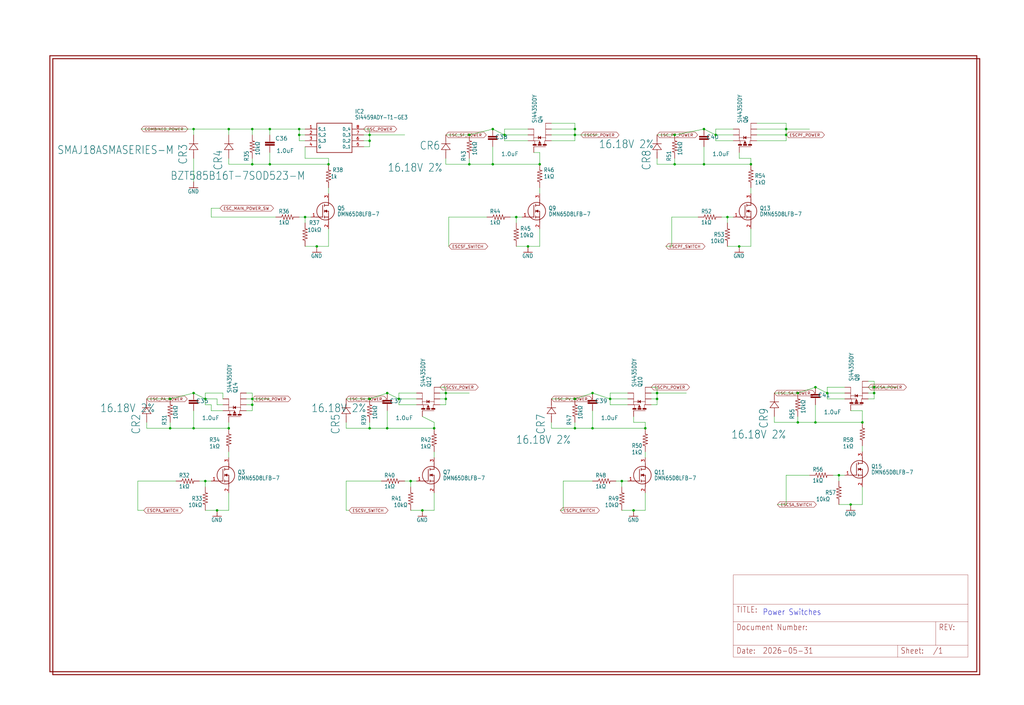
<source format=kicad_sch>
(kicad_sch (version 20231120) (generator "eeschema") (generator_version "8.0")
  (paper "User" 443.357 305.206)
  (lib_symbols
    (symbol "PMS-eagle-import:1.0UF-0603-16V-10%-X7R"
      (property "Reference" "C" (at 1.524 2.921 0))
      (symbol "1.0UF-0603-16V-10%-X7R_1_0"
        (pin passive line (at 0 5.08 270) (length 2.54) (name "1") (number "1"))
        (pin passive line (at 0 -2.54 90) (length 2.54) (name "2") (number "2"))
      )
    )
    (symbol "PMS-eagle-import:BZT585B16T-7SOD523-M"
      (symbol "BZT585B16T-7SOD523-M_1_0"
        (pin passive line (at 10.16 0 180) (length 2.54) (name "1") (number "1"))
        (pin passive line (at 0 0 0) (length 2.54) (name "2") (number "2"))
      )
    )
    (symbol "PMS-eagle-import:DMN65D8LFB-7"
      (property "Reference" "Q" (at 11.43 3.81 0))
      (symbol "DMN65D8LFB-7_1_0"
        (pin bidirectional line (at 0 0 0) (length 2.54) (name "G") (number "1"))
        (pin bidirectional line (at 7.62 -5.08 90) (length 2.54) (name "S") (number "2"))
        (pin bidirectional line (at 7.62 10.16 270) (length 2.54) (name "D") (number "3"))
      )
    )
    (symbol "PMS-eagle-import:R-US_R0603"
      (property "Reference" "R" (at -3.81 1.4986 0))
      (symbol "R-US_R0603_1_0"
        (pin passive line (at -5.08 0 0) (length 2.54) (name "1") (number "1"))
        (pin passive line (at 5.08 0 180) (length 2.54) (name "2") (number "2"))
      )
    )
    (symbol "PMS-eagle-import:SI4435DDY"
      (property "Reference" "Q" (at 7.6202 -1.27 0))
      (symbol "SI4435DDY_1_0"
        (pin passive line (at 0 5.08 270) (length 2.54) (name "S@1") (number "1"))
        (pin passive line (at 2.54 5.08 270) (length 2.54) (name "S@2") (number "2"))
        (pin passive line (at 5.08 5.08 270) (length 2.54) (name "S@3") (number "3"))
        (pin passive line (at -5.08 2.54 0) (length 2.54) (name "G") (number "4"))
        (pin passive line (at 0 -5.08 90) (length 2.54) (name "D@1") (number "5"))
        (pin passive line (at 2.54 -5.08 90) (length 2.54) (name "D@2") (number "6"))
        (pin passive line (at 5.08 -5.08 90) (length 2.54) (name "D@3") (number "7"))
        (pin passive line (at 7.62 -5.08 90) (length 2.54) (name "D@4") (number "8"))
      )
    )
    (symbol "PMS-eagle-import:SI4459ADY-T1-GE3"
      (property "Reference" "IC" (at 21.59 7.62 0))
      (symbol "SI4459ADY-T1-GE3_1_0"
        (pin bidirectional line (at 0 0 0) (length 5.08) (name "S_1") (number "1"))
        (pin bidirectional line (at 0 -2.54 0) (length 5.08) (name "S_2") (number "2"))
        (pin bidirectional line (at 0 -5.08 0) (length 5.08) (name "S_3") (number "3"))
        (pin bidirectional line (at 0 -7.62 0) (length 5.08) (name "G") (number "4"))
        (pin bidirectional line (at 25.4 -7.62 180) (length 5.08) (name "D_1") (number "5"))
        (pin bidirectional line (at 25.4 -5.08 180) (length 5.08) (name "D_2") (number "6"))
        (pin bidirectional line (at 25.4 -2.54 180) (length 5.08) (name "D_3") (number "7"))
        (pin bidirectional line (at 25.4 0 180) (length 5.08) (name "D_4") (number "8"))
      )
    )
    (symbol "PMS-eagle-import:SMAJ18ASMASERIES-M"
      (symbol "SMAJ18ASMASERIES-M_1_0"
        (pin passive line (at 10.16 0 180) (length 2.54) (name "1") (number "1"))
        (pin passive line (at 0 0 0) (length 2.54) (name "2") (number "2"))
      )
    )
    (symbol "PMS-eagle-import:TABL_L"
      (symbol "TABL_L_2_0"
        (text "${#}/${##}" (at 86.36 1.27 0) (effects (font (size 2.54 2.159)) (justify left bottom)))
        (text "${CURRENT_DATE}" (at 12.7 1.27 0) (effects (font (size 2.54 2.159)) (justify left bottom)))
        (text "${PROJECTNAME}" (at 17.78 19.05 0) (effects (font (size 2.54 2.159)) (justify left bottom)))
        (text "Date:" (at 1.27 1.27 0) (effects (font (size 2.54 2.159)) (justify left bottom)))
        (text "Document Number:" (at 1.27 11.43 0) (effects (font (size 2.54 2.159)) (justify left bottom)))
        (text "REV:" (at 88.9 11.43 0) (effects (font (size 2.54 2.159)) (justify left bottom)))
        (text "Sheet:" (at 72.39 1.27 0) (effects (font (size 2.54 2.159)) (justify left bottom)))
        (text "TITLE:" (at 1.27 19.05 0) (effects (font (size 2.54 2.159)) (justify left bottom)))
      )
    )
    (symbol "PMS-eagle-import:supply1_GND" (power)
      (symbol "supply1_GND_1_0"
        (pin power_in line (at 0 2.54 270) (length 2.54) (name "GND") (number "1"))
      )
    )
  )
  (junction (at 167.64 170.18))
  (junction (at 93.98 220.98))
  (junction (at 304.8 55.88))
  (junction (at 203.2 58.42))
  (junction (at 274.32 220.98))
  (junction (at 223.52 93.98))
  (junction (at 218.44 58.42))
  (junction (at 129.54 58.42))
  (junction (at 88.9 208.28))
  (junction (at 193.04 170.18))
  (junction (at 248.92 58.42))
  (junction (at 269.24 208.28))
  (junction (at 345.44 182.88))
  (junction (at 340.36 58.42))
  (junction (at 373.38 182.88))
  (junction (at 177.8 208.28))
  (junction (at 160.02 172.72))
  (junction (at 137.16 106.68))
  (junction (at 116.84 55.88))
  (junction (at 99.06 185.42))
  (junction (at 99.06 55.88))
  (junction (at 363.22 205.74))
  (junction (at 378.46 170.18))
  (junction (at 284.48 172.72))
  (junction (at 182.88 220.98))
  (junction (at 248.92 185.42))
  (junction (at 320.04 106.68))
  (junction (at 233.68 71.12))
  (junction (at 248.92 172.72))
  (junction (at 116.84 71.12))
  (junction (at 73.66 185.42))
  (junction (at 132.08 93.98))
  (junction (at 142.24 71.12))
  (junction (at 160.02 60.96))
  (junction (at 279.4 185.42))
  (junction (at 325.12 71.12))
  (junction (at 358.14 170.18))
  (junction (at 160.02 58.42))
  (junction (at 109.22 71.12))
  (junction (at 264.16 172.72))
  (junction (at 292.1 58.42))
  (junction (at 304.8 71.12))
  (junction (at 353.06 167.64))
  (junction (at 284.48 170.18))
  (junction (at 109.22 55.88))
  (junction (at 292.1 71.12))
  (junction (at 172.72 172.72))
  (junction (at 187.96 185.42))
  (junction (at 83.82 55.88))
  (junction (at 109.22 175.26))
  (junction (at 88.9 172.72))
  (junction (at 73.66 172.72))
  (junction (at 213.36 71.12))
  (junction (at 213.36 55.88))
  (junction (at 256.54 185.42))
  (junction (at 129.54 55.88))
  (junction (at 109.22 172.72))
  (junction (at 309.88 58.42))
  (junction (at 167.64 185.42))
  (junction (at 160.02 185.42))
  (junction (at 314.96 93.98))
  (junction (at 378.46 167.64))
  (junction (at 340.36 55.88))
  (junction (at 248.92 55.88))
  (junction (at 345.44 170.18))
  (junction (at 353.06 182.88))
  (junction (at 193.04 172.72))
  (junction (at 228.6 106.68))
  (junction (at 83.82 170.18))
  (junction (at 368.3 218.44))
  (junction (at 256.54 170.18))
  (junction (at 203.2 71.12))
  (junction (at 83.82 185.42))
  (wire (pts (xy 218.44 58.42) (xy 218.44 55.88)) (stroke (width 0.1524)))
  (wire (pts (xy 149.86 208.28) (xy 165.1 208.28)) (stroke (width 0.1524)))
  (wire (pts (xy 109.22 175.26) (xy 106.68 175.26)) (stroke (width 0.1524)))
  (wire (pts (xy 264.16 175.26) (xy 264.16 172.72)) (stroke (width 0.1524)))
  (wire (pts (xy 132.08 68.58) (xy 132.08 63.5)) (stroke (width 0.1524)))
  (wire (pts (xy 167.64 177.8) (xy 167.64 185.42)) (stroke (width 0.1524)))
  (wire (pts (xy 177.8 208.28) (xy 180.34 208.28)) (stroke (width 0.1524)))
  (wire (pts (xy 340.36 218.44) (xy 340.36 205.74)) (stroke (width 0.1524)))
  (wire (pts (xy 132.08 93.98) (xy 134.62 93.98)) (stroke (width 0.1524)))
  (wire (pts (xy 194.31 106.68) (xy 194.31 93.98)) (stroke (width 0.1524)))
  (wire (pts (xy 172.72 170.18) (xy 172.72 172.72)) (stroke (width 0.1524)))
  (wire (pts (xy 116.84 58.42) (xy 116.84 55.88)))
  (wire (pts (xy 378.46 165.1) (xy 375.92 165.1)) (stroke (width 0.1524)))
  (wire (pts (xy 59.69 220.98) (xy 59.69 208.28)) (stroke (width 0.1524)))
  (wire (pts (xy 190.5 170.18) (xy 193.04 170.18)) (stroke (width 0.1524)))
  (wire (pts (xy 378.46 167.64) (xy 378.46 170.18)) (stroke (width 0.1524)))
  (wire (pts (xy 378.46 170.18) (xy 375.92 170.18)) (stroke (width 0.1524)))
  (wire (pts (xy 132.08 93.98) (xy 132.08 96.52)) (stroke (width 0.1524)))
  (wire (pts (xy 358.14 170.18) (xy 358.14 167.64)) (stroke (width 0.1524)))
  (wire (pts (xy 193.04 170.18) (xy 193.04 167.64)) (stroke (width 0.1524)))
  (wire (pts (xy 223.52 93.98) (xy 223.52 96.52)) (stroke (width 0.1524)))
  (wire (pts (xy 373.38 182.88) (xy 373.38 177.8)) (stroke (width 0.1524)))
  (wire (pts (xy 218.44 58.42) (xy 218.44 60.96)) (stroke (width 0.1524)))
  (wire (pts (xy 363.22 218.44) (xy 368.3 218.44)) (stroke (width 0.1524)))
  (wire (pts (xy 88.9 210.82) (xy 88.9 208.28)) (stroke (width 0.1524)))
  (wire (pts (xy 368.3 218.44) (xy 373.38 218.44)) (stroke (width 0.1524)))
  (wire (pts (xy 91.44 175.26) (xy 88.9 175.26)) (stroke (width 0.1524)))
  (wire (pts (xy 193.04 170.18) (xy 193.04 172.72)) (stroke (width 0.1524)))
  (wire (pts (xy 109.22 55.88) (xy 99.06 55.88)) (stroke (width 0.1524)))
  (wire (pts (xy 142.24 68.58) (xy 142.24 71.12)) (stroke (width 0.1524)))
  (wire (pts (xy 83.82 68.58) (xy 83.82 78.74)) (stroke (width 0.1524)))
  (wire (pts (xy 93.98 175.26) (xy 93.98 172.72)) (stroke (width 0.1524)))
  (wire (pts (xy 279.4 182.88) (xy 279.4 185.42)) (stroke (width 0.1524)))
  (wire (pts (xy 314.96 93.98) (xy 314.96 96.52)) (stroke (width 0.1524)))
  (wire (pts (xy 292.1 71.12) (xy 284.48 71.12)) (stroke (width 0.1524)))
  (wire (pts (xy 96.52 175.26) (xy 93.98 175.26)) (stroke (width 0.1524)))
  (wire (pts (xy 73.66 185.42) (xy 83.82 185.42)) (stroke (width 0.1524)))
  (wire (pts (xy 96.52 172.72) (xy 96.52 170.18)) (stroke (width 0.1524)))
  (wire (pts (xy 116.84 55.88) (xy 129.54 55.88)) (stroke (width 0.1524)))
  (wire (pts (xy 345.44 170.18) (xy 353.06 167.64)) (stroke (width 0.1524)))
  (wire (pts (xy 193.04 175.26) (xy 190.5 175.26)) (stroke (width 0.1524)))
  (wire (pts (xy 93.98 172.72) (xy 88.9 172.72)) (stroke (width 0.1524)))
  (wire (pts (xy 63.5 182.88) (xy 63.5 185.42)) (stroke (width 0.1524)))
  (wire (pts (xy 160.02 63.5) (xy 157.48 63.5)) (stroke (width 0.1524)))
  (wire (pts (xy 218.44 58.42) (xy 228.6 58.42)) (stroke (width 0.1524)))
  (wire (pts (xy 132.08 106.68) (xy 137.16 106.68)) (stroke (width 0.1524)))
  (wire (pts (xy 106.68 170.18) (xy 109.22 170.18)) (stroke (width 0.1524)))
  (wire (pts (xy 91.44 90.17) (xy 95.25 90.17)) (stroke (width 0.1524)))
  (wire (pts (xy 325.12 68.58) (xy 325.12 71.12)) (stroke (width 0.1524)))
  (wire (pts (xy 193.04 172.72) (xy 190.5 172.72)) (stroke (width 0.1524)))
  (wire (pts (xy 281.94 175.26) (xy 284.48 175.26)) (stroke (width 0.1524)))
  (wire (pts (xy 317.5 93.98) (xy 314.96 93.98)) (stroke (width 0.1524)))
  (wire (pts (xy 109.22 71.12) (xy 99.06 71.12)) (stroke (width 0.1524)))
  (wire (pts (xy 290.83 106.68) (xy 288.29 106.68)) (stroke (width 0.1524)))
  (wire (pts (xy 213.36 63.5) (xy 213.36 71.12)) (stroke (width 0.1524)))
  (wire (pts (xy 335.28 170.18) (xy 345.44 170.18)) (stroke (width 0.1524)))
  (wire (pts (xy 373.38 195.58) (xy 373.38 193.04)) (stroke (width 0.1524)))
  (wire (pts (xy 88.9 208.28) (xy 91.44 208.28)) (stroke (width 0.1524)))
  (wire (pts (xy 264.16 172.72) (xy 264.16 170.18)) (stroke (width 0.1524)))
  (wire (pts (xy 149.86 172.72) (xy 160.02 172.72)) (stroke (width 0.1524)))
  (wire (pts (xy 203.2 71.12) (xy 193.04 71.12)) (stroke (width 0.1524)))
  (wire (pts (xy 223.52 106.68) (xy 228.6 106.68)) (stroke (width 0.1524)))
  (wire (pts (xy 129.54 58.42) (xy 129.54 60.96)) (stroke (width 0.1524)))
  (wire (pts (xy 353.06 182.88) (xy 345.44 182.88)) (stroke (width 0.1524)))
  (wire (pts (xy 194.31 93.98) (xy 210.82 93.98)) (stroke (width 0.1524)))
  (wire (pts (xy 233.68 66.04) (xy 231.14 66.04)) (stroke (width 0.1524)))
  (wire (pts (xy 269.24 208.28) (xy 269.24 210.82)) (stroke (width 0.1524)))
  (wire (pts (xy 129.54 58.42) (xy 132.08 58.42)) (stroke (width 0.1524)))
  (wire (pts (xy 284.48 167.64) (xy 281.94 167.64)) (stroke (width 0.1524)))
  (wire (pts (xy 284.48 170.18) (xy 284.48 167.64)) (stroke (width 0.1524)))
  (wire (pts (xy 309.88 60.96) (xy 317.5 60.96)) (stroke (width 0.1524)))
  (wire (pts (xy 96.52 170.18) (xy 88.9 170.18)) (stroke (width 0.1524)))
  (wire (pts (xy 187.96 198.12) (xy 187.96 195.58)) (stroke (width 0.1524)))
  (wire (pts (xy 218.44 55.88) (xy 228.6 55.88)) (stroke (width 0.1524)))
  (wire (pts (xy 327.66 58.42) (xy 340.36 58.42)) (stroke (width 0.1524)))
  (wire (pts (xy 248.92 53.34) (xy 238.76 53.34)) (stroke (width 0.1524)))
  (wire (pts (xy 193.04 167.64) (xy 190.5 167.64)) (stroke (width 0.1524)))
  (wire (pts (xy 243.84 220.98) (xy 243.84 208.28)) (stroke (width 0.1524)))
  (wire (pts (xy 223.52 93.98) (xy 226.06 93.98)) (stroke (width 0.1524)))
  (wire (pts (xy 325.12 83.82) (xy 325.12 81.28)) (stroke (width 0.1524)))
  (wire (pts (xy 116.84 71.12) (xy 142.24 71.12)) (stroke (width 0.1524)))
  (wire (pts (xy 116.84 71.12) (xy 109.22 71.12)) (stroke (width 0.1524)))
  (wire (pts (xy 149.86 182.88) (xy 149.86 185.42)) (stroke (width 0.1524)))
  (wire (pts (xy 142.24 106.68) (xy 142.24 99.06)) (stroke (width 0.1524)))
  (wire (pts (xy 99.06 198.12) (xy 99.06 195.58)) (stroke (width 0.1524)))
  (wire (pts (xy 238.76 172.72) (xy 248.92 172.72)) (stroke (width 0.1524)))
  (wire (pts (xy 172.72 175.26) (xy 180.34 175.26)) (stroke (width 0.1524)))
  (wire (pts (xy 248.92 55.88) (xy 248.92 53.34)) (stroke (width 0.1524)))
  (wire (pts (xy 284.48 71.12) (xy 284.48 68.58)) (stroke (width 0.1524)))
  (wire (pts (xy 264.16 170.18) (xy 271.78 170.18)) (stroke (width 0.1524)))
  (wire (pts (xy 213.36 55.88) (xy 218.44 58.42)) (stroke (width 0.1524)))
  (wire (pts (xy 83.82 58.42) (xy 83.82 55.88)) (stroke (width 0.1524)))
  (wire (pts (xy 160.02 60.96) (xy 160.02 63.5)) (stroke (width 0.1524)))
  (wire (pts (xy 88.9 172.72) (xy 88.9 170.18)) (stroke (width 0.1524)))
  (wire (pts (xy 59.69 220.98) (xy 62.23 220.98)) (stroke (width 0.1524)))
  (wire (pts (xy 182.88 220.98) (xy 187.96 220.98)) (stroke (width 0.1524)))
  (wire (pts (xy 340.36 58.42) (xy 340.36 60.96)) (stroke (width 0.1524)))
  (wire (pts (xy 83.82 170.18) (xy 88.9 172.72)) (stroke (width 0.1524)))
  (wire (pts (xy 325.12 106.68) (xy 325.12 99.06)) (stroke (width 0.1524)))
  (wire (pts (xy 99.06 220.98) (xy 99.06 213.36)) (stroke (width 0.1524)))
  (wire (pts (xy 248.92 185.42) (xy 256.54 185.42)) (stroke (width 0.1524)))
  (wire (pts (xy 248.92 60.96) (xy 238.76 60.96)) (stroke (width 0.1524)))
  (wire (pts (xy 375.92 167.64) (xy 378.46 167.64)) (stroke (width 0.1524)))
  (wire (pts (xy 99.06 182.88) (xy 99.06 185.42)) (stroke (width 0.1524)))
  (wire (pts (xy 160.02 60.96) (xy 157.48 60.96)) (stroke (width 0.1524)))
  (wire (pts (xy 106.68 172.72) (xy 109.22 172.72)) (stroke (width 0.1524)))
  (wire (pts (xy 290.83 106.68) (xy 290.83 93.98)) (stroke (width 0.1524)))
  (wire (pts (xy 193.04 170.18) (xy 203.2 170.18)) (stroke (width 0.1524)))
  (wire (pts (xy 132.08 60.96) (xy 129.54 60.96)) (stroke (width 0.1524)))
  (wire (pts (xy 160.02 58.42) (xy 175.26 58.42)) (stroke (width 0.1524)))
  (wire (pts (xy 353.06 167.64) (xy 358.14 170.18)) (stroke (width 0.1524)))
  (wire (pts (xy 358.14 170.18) (xy 365.76 170.18)) (stroke (width 0.1524)))
  (wire (pts (xy 88.9 220.98) (xy 93.98 220.98)) (stroke (width 0.1524)))
  (wire (pts (xy 363.22 205.74) (xy 365.76 205.74)) (stroke (width 0.1524)))
  (wire (pts (xy 177.8 208.28) (xy 177.8 210.82)) (stroke (width 0.1524)))
  (wire (pts (xy 73.66 182.88) (xy 73.66 185.42)) (stroke (width 0.1524)))
  (wire (pts (xy 281.94 170.18) (xy 284.48 170.18)) (stroke (width 0.1524)))
  (wire (pts (xy 292.1 71.12) (xy 292.1 68.58)) (stroke (width 0.1524)))
  (wire (pts (xy 327.66 55.88) (xy 340.36 55.88)) (stroke (width 0.1524)))
  (wire (pts (xy 109.22 71.12) (xy 109.22 68.58)) (stroke (width 0.1524)))
  (wire (pts (xy 248.92 60.96) (xy 248.92 58.42)) (stroke (width 0.1524)))
  (wire (pts (xy 137.16 106.68) (xy 142.24 106.68)) (stroke (width 0.1524)))
  (wire (pts (xy 99.06 71.12) (xy 99.06 68.58)) (stroke (width 0.1524)))
  (wire (pts (xy 109.22 58.42) (xy 109.22 55.88)) (stroke (width 0.1524)))
  (wire (pts (xy 363.22 205.74) (xy 363.22 208.28)) (stroke (width 0.1524)))
  (wire (pts (xy 248.92 58.42) (xy 238.76 58.42)) (stroke (width 0.1524)))
  (wire (pts (xy 345.44 182.88) (xy 335.28 182.88)) (stroke (width 0.1524)))
  (wire (pts (xy 88.9 208.28) (xy 86.36 208.28)) (stroke (width 0.1524)))
  (wire (pts (xy 91.44 90.17) (xy 91.44 93.98)) (stroke (width 0.1524)))
  (wire (pts (xy 167.64 185.42) (xy 187.96 185.42)) (stroke (width 0.1524)))
  (wire (pts (xy 142.24 68.58) (xy 132.08 68.58)) (stroke (width 0.1524)))
  (wire (pts (xy 233.68 71.12) (xy 213.36 71.12)) (stroke (width 0.1524)))
  (wire (pts (xy 187.96 182.88) (xy 187.96 185.42)) (stroke (width 0.1524)))
  (wire (pts (xy 177.8 220.98) (xy 182.88 220.98)) (stroke (width 0.1524)))
  (wire (pts (xy 233.68 83.82) (xy 233.68 81.28)) (stroke (width 0.1524)))
  (wire (pts (xy 256.54 170.18) (xy 264.16 172.72)) (stroke (width 0.1524)))
  (wire (pts (xy 160.02 185.42) (xy 167.64 185.42)) (stroke (width 0.1524)))
  (wire (pts (xy 157.48 55.88) (xy 160.02 55.88)) (stroke (width 0.1524)))
  (wire (pts (xy 373.38 218.44) (xy 373.38 210.82)) (stroke (width 0.1524)))
  (wire (pts (xy 274.32 180.34) (xy 274.32 182.88)) (stroke (width 0.1524)))
  (wire (pts (xy 218.44 60.96) (xy 228.6 60.96)) (stroke (width 0.1524)))
  (wire (pts (xy 220.98 93.98) (xy 223.52 93.98)) (stroke (width 0.1524)))
  (wire (pts (xy 142.24 81.28) (xy 142.24 83.82)) (stroke (width 0.1524)))
  (wire (pts (xy 116.84 66.04) (xy 116.84 71.12)) (stroke (width 0.1524)))
  (wire (pts (xy 91.44 177.8) (xy 96.52 177.8)) (stroke (width 0.1524)))
  (wire (pts (xy 256.54 177.8) (xy 256.54 185.42)) (stroke (width 0.1524)))
  (wire (pts (xy 203.2 58.42) (xy 213.36 55.88)) (stroke (width 0.1524)))
  (wire (pts (xy 378.46 170.18) (xy 378.46 172.72)) (stroke (width 0.1524)))
  (wire (pts (xy 353.06 182.88) (xy 373.38 182.88)) (stroke (width 0.1524)))
  (wire (pts (xy 109.22 177.8) (xy 106.68 177.8)) (stroke (width 0.1524)))
  (wire (pts (xy 149.86 185.42) (xy 160.02 185.42)) (stroke (width 0.1524)))
  (wire (pts (xy 378.46 167.64) (xy 378.46 165.1)) (stroke (width 0.1524)))
  (wire (pts (xy 129.54 93.98) (xy 132.08 93.98)) (stroke (width 0.1524)))
  (wire (pts (xy 83.82 185.42) (xy 99.06 185.42)) (stroke (width 0.1524)))
  (wire (pts (xy 160.02 55.88) (xy 160.02 58.42)) (stroke (width 0.1524)))
  (wire (pts (xy 304.8 63.5) (xy 304.8 71.12)) (stroke (width 0.1524)))
  (wire (pts (xy 157.48 58.42) (xy 160.02 58.42)) (stroke (width 0.1524)))
  (wire (pts (xy 312.42 93.98) (xy 314.96 93.98)) (stroke (width 0.1524)))
  (wire (pts (xy 320.04 68.58) (xy 325.12 68.58)) (stroke (width 0.1524)))
  (wire (pts (xy 175.26 208.28) (xy 177.8 208.28)) (stroke (width 0.1524)))
  (wire (pts (xy 358.14 167.64) (xy 365.76 167.64)) (stroke (width 0.1524)))
  (wire (pts (xy 284.48 172.72) (xy 284.48 170.18)) (stroke (width 0.1524)))
  (wire (pts (xy 172.72 172.72) (xy 172.72 175.26)) (stroke (width 0.1524)))
  (wire (pts (xy 109.22 175.26) (xy 109.22 177.8)) (stroke (width 0.1524)))
  (wire (pts (xy 109.22 170.18) (xy 109.22 172.72)) (stroke (width 0.1524)))
  (wire (pts (xy 358.14 172.72) (xy 358.14 170.18)) (stroke (width 0.1524)))
  (wire (pts (xy 233.68 106.68) (xy 233.68 99.06)) (stroke (width 0.1524)))
  (wire (pts (xy 304.8 55.88) (xy 309.88 58.42)) (stroke (width 0.1524)))
  (wire (pts (xy 320.04 106.68) (xy 325.12 106.68)) (stroke (width 0.1524)))
  (wire (pts (xy 284.48 175.26) (xy 284.48 172.72)) (stroke (width 0.1524)))
  (wire (pts (xy 266.7 208.28) (xy 269.24 208.28)) (stroke (width 0.1524)))
  (wire (pts (xy 213.36 71.12) (xy 203.2 71.12)) (stroke (width 0.1524)))
  (wire (pts (xy 243.84 220.98) (xy 242.57 220.98)) (stroke (width 0.1524)))
  (wire (pts (xy 149.86 220.98) (xy 149.86 208.28)) (stroke (width 0.1524)))
  (wire (pts (xy 271.78 175.26) (xy 264.16 175.26)) (stroke (width 0.1524)))
  (wire (pts (xy 193.04 71.12) (xy 193.04 68.58)) (stroke (width 0.1524)))
  (wire (pts (xy 335.28 182.88) (xy 335.28 180.34)) (stroke (width 0.1524)))
  (wire (pts (xy 345.44 180.34) (xy 345.44 182.88)) (stroke (width 0.1524)))
  (wire (pts (xy 160.02 58.42) (xy 160.02 60.96)) (stroke (width 0.1524)))
  (wire (pts (xy 160.02 172.72) (xy 167.64 170.18)) (stroke (width 0.1524)))
  (wire (pts (xy 172.72 172.72) (xy 180.34 172.72)) (stroke (width 0.1524)))
  (wire (pts (xy 99.06 55.88) (xy 99.06 58.42)) (stroke (width 0.1524)))
  (wire (pts (xy 340.36 205.74) (xy 350.52 205.74)) (stroke (width 0.1524)))
  (wire (pts (xy 304.8 71.12) (xy 292.1 71.12)) (stroke (width 0.1524)))
  (wire (pts (xy 149.86 220.98) (xy 151.13 220.98)) (stroke (width 0.1524)))
  (wire (pts (xy 172.72 170.18) (xy 180.34 170.18)) (stroke (width 0.1524)))
  (wire (pts (xy 238.76 185.42) (xy 248.92 185.42)) (stroke (width 0.1524)))
  (wire (pts (xy 320.04 66.04) (xy 320.04 68.58)) (stroke (width 0.1524)))
  (wire (pts (xy 340.36 55.88) (xy 340.36 53.34)) (stroke (width 0.1524)))
  (wire (pts (xy 233.68 66.04) (xy 233.68 71.12)) (stroke (width 0.1524)))
  (wire (pts (xy 132.08 55.88) (xy 129.54 55.88)) (stroke (width 0.1524)))
  (wire (pts (xy 83.82 55.88) (xy 99.06 55.88)) (stroke (width 0.1524)))
  (wire (pts (xy 243.84 208.28) (xy 256.54 208.28)) (stroke (width 0.1524)))
  (wire (pts (xy 129.54 55.88) (xy 129.54 58.42)) (stroke (width 0.1524)))
  (wire (pts (xy 304.8 71.12) (xy 325.12 71.12)) (stroke (width 0.1524)))
  (wire (pts (xy 256.54 185.42) (xy 279.4 185.42)) (stroke (width 0.1524)))
  (wire (pts (xy 290.83 93.98) (xy 302.26 93.98)) (stroke (width 0.1524)))
  (wire (pts (xy 378.46 167.64) (xy 388.62 167.64)) (stroke (width 0.1524)))
  (wire (pts (xy 248.92 58.42) (xy 259.08 58.42)) (stroke (width 0.1524)))
  (wire (pts (xy 238.76 182.88) (xy 238.76 185.42)) (stroke (width 0.1524)))
  (wire (pts (xy 327.66 60.96) (xy 340.36 60.96)) (stroke (width 0.1524)))
  (wire (pts (xy 340.36 55.88) (xy 350.52 55.88)) (stroke (width 0.1524)))
  (wire (pts (xy 203.2 71.12) (xy 203.2 68.58)) (stroke (width 0.1524)))
  (wire (pts (xy 167.64 170.18) (xy 172.72 172.72)) (stroke (width 0.1524)))
  (wire (pts (xy 91.44 93.98) (xy 119.38 93.98)) (stroke (width 0.1524)))
  (wire (pts (xy 59.69 208.28) (xy 76.2 208.28)) (stroke (width 0.1524)))
  (wire (pts (xy 248.92 55.88) (xy 238.76 55.88)) (stroke (width 0.1524)))
  (wire (pts (xy 83.82 177.8) (xy 83.82 185.42)) (stroke (width 0.1524)))
  (wire (pts (xy 340.36 218.44) (xy 336.55 218.44)) (stroke (width 0.1524)))
  (wire (pts (xy 373.38 177.8) (xy 368.3 177.8)) (stroke (width 0.1524)))
  (wire (pts (xy 340.36 53.34) (xy 327.66 53.34)) (stroke (width 0.1524)))
  (wire (pts (xy 187.96 220.98) (xy 187.96 213.36)) (stroke (width 0.1524)))
  (wire (pts (xy 88.9 175.26) (xy 88.9 172.72)) (stroke (width 0.1524)))
  (wire (pts (xy 264.16 172.72) (xy 271.78 172.72)) (stroke (width 0.1524)))
  (wire (pts (xy 284.48 58.42) (xy 292.1 58.42)) (stroke (width 0.1524)))
  (wire (pts (xy 309.88 58.42) (xy 309.88 55.88)) (stroke (width 0.1524)))
  (wire (pts (xy 269.24 220.98) (xy 274.32 220.98)) (stroke (width 0.1524)))
  (wire (pts (xy 228.6 106.68) (xy 233.68 106.68)) (stroke (width 0.1524)))
  (wire (pts (xy 63.5 172.72) (xy 73.66 172.72)) (stroke (width 0.1524)))
  (wire (pts (xy 281.94 172.72) (xy 284.48 172.72)) (stroke (width 0.1524)))
  (wire (pts (xy 292.1 58.42) (xy 304.8 55.88)) (stroke (width 0.1524)))
  (wire (pts (xy 109.22 172.72) (xy 116.84 172.72)) (stroke (width 0.1524)))
  (wire (pts (xy 279.4 198.12) (xy 279.4 195.58)) (stroke (width 0.1524)))
  (wire (pts (xy 309.88 55.88) (xy 317.5 55.88)) (stroke (width 0.1524)))
  (wire (pts (xy 73.66 172.72) (xy 83.82 170.18)) (stroke (width 0.1524)))
  (wire (pts (xy 284.48 170.18) (xy 297.18 170.18)) (stroke (width 0.1524)))
  (wire (pts (xy 193.04 172.72) (xy 193.04 175.26)) (stroke (width 0.1524)))
  (wire (pts (xy 340.36 55.88) (xy 340.36 58.42)) (stroke (width 0.1524)))
  (wire (pts (xy 365.76 172.72) (xy 358.14 172.72)) (stroke (width 0.1524)))
  (wire (pts (xy 309.88 60.96) (xy 309.88 58.42)) (stroke (width 0.1524)))
  (wire (pts (xy 274.32 220.98) (xy 279.4 220.98)) (stroke (width 0.1524)))
  (wire (pts (xy 93.98 220.98) (xy 99.06 220.98)) (stroke (width 0.1524)))
  (wire (pts (xy 274.32 182.88) (xy 279.4 182.88)) (stroke (width 0.1524)))
  (wire (pts (xy 116.84 55.88) (xy 109.22 55.88)) (stroke (width 0.1524)))
  (wire (pts (xy 360.68 205.74) (xy 363.22 205.74)) (stroke (width 0.1524)))
  (wire (pts (xy 91.44 175.26) (xy 91.44 177.8)) (stroke (width 0.1524)))
  (wire (pts (xy 279.4 220.98) (xy 279.4 213.36)) (stroke (width 0.1524)))
  (wire (pts (xy 248.92 58.42) (xy 248.92 55.88)) (stroke (width 0.1524)))
  (wire (pts (xy 248.92 172.72) (xy 256.54 170.18)) (stroke (width 0.1524)))
  (wire (pts (xy 193.04 58.42) (xy 203.2 58.42)) (stroke (width 0.1524)))
  (wire (pts (xy 269.24 208.28) (xy 271.78 208.28)) (stroke (width 0.1524)))
  (wire (pts (xy 187.96 182.88) (xy 182.88 180.34)) (stroke (width 0.1524)))
  (wire (pts (xy 109.22 172.72) (xy 109.22 175.26)) (stroke (width 0.1524)))
  (wire (pts (xy 63.5 185.42) (xy 73.66 185.42)) (stroke (width 0.1524)))
  (wire (pts (xy 314.96 106.68) (xy 320.04 106.68)) (stroke (width 0.1524)))
  (wire (pts (xy 248.92 182.88) (xy 248.92 185.42)) (stroke (width 0.1524)))
  (wire (pts (xy 61.1115 55.8632) (xy 83.82 55.88)) (stroke (width 0.1524)))
  (wire (pts (xy 309.88 58.42) (xy 317.5 58.42)) (stroke (width 0.1524)))
  (wire (pts (xy 160.02 182.88) (xy 160.02 185.42)) (stroke (width 0.1524)))
  (wire (pts (xy 378.46 172.72) (xy 375.92 172.72)) (stroke (width 0.1524)))
  (wire (pts (xy 353.06 175.26) (xy 353.06 182.88)) (stroke (width 0.1524)))
  (text "Power Switches" (at 330.2 266.7 0) (effects (font (size 2.54 2.159)) (justify left bottom)))
  (global_label "ESCPA_POWER" (shape bidirectional) (at 109.22 172.72 0) (effects (font (size 1.2446 1.2446))) (property "Intersheetrefs" "${INTERSHEET_REFS}" (effects (hide yes))))
  (global_label "ESCPF_POWER" (shape bidirectional) (at 340.36 58.42 0) (effects (font (size 1.2446 1.2446))) (property "Intersheetrefs" "${INTERSHEET_REFS}" (effects (hide yes))))
  (global_label "ESC_PA_POWER" (shape bidirectional) (at 63.5 172.72 0) (effects (font (size 1.2446 1.2446))) (property "Intersheetrefs" "${INTERSHEET_REFS}" (effects (hide yes))))
  (global_label "ESC_POWER" (shape bidirectional) (at 157.48 55.88 0) (effects (font (size 1.2446 1.2446))) (property "Intersheetrefs" "${INTERSHEET_REFS}" (effects (hide yes))))
  (global_label "ESCSV_SWITCH" (shape bidirectional) (at 151.13 220.98 0) (effects (font (size 1.2446 1.2446))) (property "Intersheetrefs" "${INTERSHEET_REFS}" (effects (hide yes))))
  (global_label "ESCPA_SWITCH" (shape bidirectional) (at 62.23 220.98 0) (effects (font (size 1.2446 1.2446))) (property "Intersheetrefs" "${INTERSHEET_REFS}" (effects (hide yes))))
  (global_label "ESCPV_POWER" (shape bidirectional) (at 281.94 167.64 0) (effects (font (size 1.2446 1.2446))) (property "Intersheetrefs" "${INTERSHEET_REFS}" (effects (hide yes))))
  (global_label "ESCSF_SWITCH" (shape bidirectional) (at 194.31 106.68 0) (effects (font (size 1.2446 1.2446))) (property "Intersheetrefs" "${INTERSHEET_REFS}" (effects (hide yes))))
  (global_label "ESC_SF_POWER" (shape bidirectional) (at 193.04 58.42 0) (effects (font (size 1.2446 1.2446))) (property "Intersheetrefs" "${INTERSHEET_REFS}" (effects (hide yes))))
  (global_label "ESC_PF_POWER" (shape bidirectional) (at 284.48 58.42 0) (effects (font (size 1.2446 1.2446))) (property "Intersheetrefs" "${INTERSHEET_REFS}" (effects (hide yes))))
  (global_label "COMBINED_POWER" (shape bidirectional) (at 61.1115 55.8632 0) (effects (font (size 1.2446 1.2446))) (property "Intersheetrefs" "${INTERSHEET_REFS}" (effects (hide yes))))
  (global_label "ESC_PV_POWER" (shape bidirectional) (at 238.76 172.72 0) (effects (font (size 1.2446 1.2446))) (property "Intersheetrefs" "${INTERSHEET_REFS}" (effects (hide yes))))
  (global_label "ESCPF_SWITCH" (shape bidirectional) (at 288.29 106.68 0) (effects (font (size 1.2446 1.2446))) (property "Intersheetrefs" "${INTERSHEET_REFS}" (effects (hide yes))))
  (global_label "ESC_SA_POWER" (shape bidirectional) (at 335.28 170.18 0) (effects (font (size 1.2446 1.2446))) (property "Intersheetrefs" "${INTERSHEET_REFS}" (effects (hide yes))))
  (global_label "ESC_SV_POWER" (shape bidirectional) (at 149.86 172.72 0) (effects (font (size 1.2446 1.2446))) (property "Intersheetrefs" "${INTERSHEET_REFS}" (effects (hide yes))))
  (global_label "ESC_MAIN_POWER_SW" (shape bidirectional) (at 95.25 90.17 0) (effects (font (size 1.2446 1.2446))) (property "Intersheetrefs" "${INTERSHEET_REFS}" (effects (hide yes))))
  (global_label "ESCSV_POWER" (shape bidirectional) (at 190.5 167.64 0) (effects (font (size 1.2446 1.2446))) (property "Intersheetrefs" "${INTERSHEET_REFS}" (effects (hide yes))))
  (global_label "ESCSF_POWER" (shape bidirectional) (at 251.46 58.42 0) (effects (font (size 1.2446 1.2446))) (property "Intersheetrefs" "${INTERSHEET_REFS}" (effects (hide yes))))
  (global_label "ESCSA_POWER" (shape bidirectional) (at 375.92 167.64 0) (effects (font (size 1.2446 1.2446))) (property "Intersheetrefs" "${INTERSHEET_REFS}" (effects (hide yes))))
  (global_label "ESCSA_SWITCH" (shape bidirectional) (at 336.55 218.44 0) (effects (font (size 1.2446 1.2446))) (property "Intersheetrefs" "${INTERSHEET_REFS}" (effects (hide yes))))
  (global_label "ESCPV_SWITCH" (shape bidirectional) (at 242.57 220.98 0) (effects (font (size 1.2446 1.2446))) (property "Intersheetrefs" "${INTERSHEET_REFS}" (effects (hide yes))))
  (symbol (lib_id "PMS-eagle-import:R-US_R0603") (at 177.8 215.9 90) (unit 1)
    (property "Reference" "R41" (at 173.99 214.8586 90) (effects (font (size 1.778 1.5113)) (justify left bottom)))
    (property "Value" "10kΩ" (at 176.53 217.678 90) (effects (font (size 1.778 1.5113)) (justify left bottom)))
    (property "Footprint" "Resistor_SMD:R_0805_2012Metric_Pad1.20x1.40mm_HandSolder" (effects (hide yes)))
  )
  (symbol (lib_id "PMS-eagle-import:R-US_R0603") (at 279.4 190.5 90) (unit 1)
    (property "Reference" "R50" (at 278.13 191.9986 90) (effects (font (size 1.778 1.5113)) (justify left bottom)))
    (property "Value" "1kΩ" (at 278.13 194.818 90) (effects (font (size 1.778 1.5113)) (justify left bottom)))
    (property "Footprint" "Resistor_SMD:R_0805_2012Metric_Pad1.20x1.40mm_HandSolder" (effects (hide yes)))
  )
  (symbol (lib_id "PMS-eagle-import:R-US_R0603") (at 355.6 205.74 0) (unit 1)
    (property "Reference" "R56" (at 351.79 204.2414 0) (effects (font (size 1.778 1.5113)) (justify left bottom)))
    (property "Value" "1kΩ" (at 351.79 209.042 0) (effects (font (size 1.778 1.5113)) (justify left bottom)))
    (property "Footprint" "Resistor_SMD:R_0805_2012Metric_Pad1.20x1.40mm_HandSolder" (effects (hide yes)))
  )
  (symbol (lib_id "PMS-eagle-import:DMN65D8LFB-7") (at 317.5 93.98 0) (unit 1)
    (property "Reference" "Q13" (at 328.93 90.17 0) (effects (font (size 1.778 1.5113)) (justify left)))
    (property "Value" "DMN65D8LFB-7" (at 328.93 92.71 0) (effects (font (size 1.778 1.5113)) (justify left)))
    (property "Footprint" "Package_TO_SOT_SMD:SOT-23-3" (effects (hide yes)))
  )
  (symbol (lib_id "PMS-eagle-import:1.0UF-0603-16V-10%-X7R") (at 256.54 175.26 0) (unit 1)
    (property "Reference" "C39" (at 257.556 174.625 0) (effects (font (size 1.778 1.778)) (justify left bottom)))
    (property "Value" "1.0uF" (at 260.096 181.991 0) (effects (font (size 1.778 1.778)) (justify left bottom)))
    (property "Footprint" "Capacitor_SMD:C_0805_2012Metric" (effects (hide yes)))
  )
  (symbol (lib_id "PMS-eagle-import:supply1_GND") (at 368.3 220.98 0) (unit 1)
    (property "Reference" "#GND048" (effects (hide yes)))
    (property "Value" "GND" (at 365.76 223.52 0) (effects (font (size 1.778 1.5113)) (justify left bottom)))
  )
  (symbol (lib_id "PMS-eagle-import:SI4435DDY") (at 370.84 172.72 90) (unit 1)
    (property "Reference" "Q8" (at 372.11 165.0998 0) (effects (font (size 1.778 1.5113)) (justify left bottom)))
    (property "Value" "SI4435DDY" (at 369.5698 165.0991 0) (effects (font (size 1.7781 1.5113)) (justify left bottom)))
    (property "Footprint" "Package_SO:SOIC-8_3.9x4.9mm_P1.27mm" (effects (hide yes)))
  )
  (symbol (lib_id "PMS-eagle-import:SI4435DDY") (at 185.42 175.26 90) (unit 1)
    (property "Reference" "Q12" (at 186.6901 167.6398 0) (effects (font (size 1.778 1.5113)) (justify left bottom)))
    (property "Value" "SI4435DDY" (at 184.1499 167.6391 0) (effects (font (size 1.7781 1.5113)) (justify left bottom)))
    (property "Footprint" "Package_SO:SOIC-8_3.9x4.9mm_P1.27mm" (effects (hide yes)))
  )
  (symbol (lib_id "PMS-eagle-import:SI4459ADY-T1-GE3") (at 132.08 55.88 0) (unit 1)
    (property "Reference" "IC2" (at 153.67 48.26 0) (effects (font (size 1.778 1.5113)) (justify left)))
    (property "Value" "SI4459ADY-T1-GE3" (at 153.67 50.8 0) (effects (font (size 1.778 1.5113)) (justify left)))
    (property "Footprint" "Package_SO:SOIC-8_3.9x4.9mm_P1.27mm" (effects (hide yes)))
  )
  (symbol (lib_id "PMS-eagle-import:R-US_R0603") (at 187.96 190.5 90) (unit 1)
    (property "Reference" "R42" (at 186.69 189.4586 90) (effects (font (size 1.778 1.5113)) (justify left bottom)))
    (property "Value" "1kΩ" (at 186.69 192.278 90) (effects (font (size 1.778 1.5113)) (justify left bottom)))
    (property "Footprint" "Resistor_SMD:R_0805_2012Metric_Pad1.20x1.40mm_HandSolder" (effects (hide yes)))
  )
  (symbol (lib_id "PMS-eagle-import:R-US_R0603") (at 142.24 76.2 90) (unit 1)
    (property "Reference" "R38" (at 148.59 72.6186 90) (effects (font (size 1.778 1.5113)) (justify left bottom)))
    (property "Value" "1k" (at 146.05 75.438 90) (effects (font (size 1.778 1.5113)) (justify left bottom)))
    (property "Footprint" "Resistor_SMD:R_0805_2012Metric_Pad1.20x1.40mm_HandSolder" (effects (hide yes)))
  )
  (symbol (lib_id "PMS-eagle-import:BZT585B16T-7SOD523-M") (at 99.06 68.58 90) (unit 1)
    (property "Reference" "CR4" (at 96.3676 73.9394 0) (effects (font (size 3.4798 2.9578)) (justify left bottom)))
    (property "Value" "BZT585B16T-7SOD523-M" (at 132.334 74.168 90) (effects (font (size 3.4798 2.9578)) (justify left bottom)))
    (property "Footprint" "Diode_SMD:D_SOD-323_HandSoldering" (effects (hide yes)))
  )
  (symbol (lib_id "PMS-eagle-import:R-US_R0603") (at 269.24 215.9 90) (unit 1)
    (property "Reference" "R49" (at 267.97 214.8586 90) (effects (font (size 1.778 1.5113)) (justify left bottom)))
    (property "Value" "10kΩ" (at 267.97 217.678 90) (effects (font (size 1.778 1.5113)) (justify left bottom)))
    (property "Footprint" "Resistor_SMD:R_0805_2012Metric_Pad1.20x1.40mm_HandSolder" (effects (hide yes)))
  )
  (symbol (lib_id "PMS-eagle-import:BZT585B16T-7SOD523-M") (at 193.04 68.58 90) (unit 1)
    (property "Reference" "CR6" (at 190.7794 61.1124 90) (effects (font (size 3.4798 2.9578)) (justify left bottom)))
    (property "Value" "16.18V 2%" (at 191.8462 70.6628 90) (effects (font (size 3.4798 2.9578)) (justify left bottom)))
    (property "Footprint" "Diode_SMD:D_SOD-323_HandSoldering" (effects (hide yes)))
  )
  (symbol (lib_id "PMS-eagle-import:DMN65D8LFB-7") (at 271.78 208.28 0) (unit 1)
    (property "Reference" "Q11" (at 283.21 204.47 0) (effects (font (size 1.778 1.5113)) (justify left)))
    (property "Value" "DMN65D8LFB-7" (at 283.21 207.01 0) (effects (font (size 1.778 1.5113)) (justify left)))
    (property "Footprint" "Package_TO_SOT_SMD:SOT-23-3" (effects (hide yes)))
  )
  (symbol (lib_id "PMS-eagle-import:supply1_GND") (at 137.16 109.22 0) (unit 1)
    (property "Reference" "#GND044" (effects (hide yes)))
    (property "Value" "GND" (at 134.62 111.76 0) (effects (font (size 1.778 1.5113)) (justify left bottom)))
  )
  (symbol (lib_id "PMS-eagle-import:supply1_GND") (at 274.32 223.52 0) (unit 1)
    (property "Reference" "#GND047" (effects (hide yes)))
    (property "Value" "GND" (at 271.78 226.06 0) (effects (font (size 1.778 1.5113)) (justify left bottom)))
  )
  (symbol (lib_id "PMS-eagle-import:R-US_R0603") (at 248.92 177.8 90) (unit 1)
    (property "Reference" "R47" (at 247.4214 184.15 0) (effects (font (size 1.778 1.5113)) (justify left bottom)))
    (property "Value" "10kΩ" (at 252.222 181.61 0) (effects (font (size 1.778 1.5113)) (justify left bottom)))
    (property "Footprint" "Resistor_SMD:R_0805_2012Metric_Pad1.20x1.40mm_HandSolder" (effects (hide yes)))
  )
  (symbol (lib_id "PMS-eagle-import:DMN65D8LFB-7") (at 180.34 208.28 0) (unit 1)
    (property "Reference" "Q7" (at 191.77 204.47 0) (effects (font (size 1.778 1.5113)) (justify left)))
    (property "Value" "DMN65D8LFB-7" (at 191.77 207.01 0) (effects (font (size 1.778 1.5113)) (justify left)))
    (property "Footprint" "Package_TO_SOT_SMD:SOT-23-3" (effects (hide yes)))
  )
  (symbol (lib_id "PMS-eagle-import:R-US_R0603") (at 160.02 177.8 90) (unit 1)
    (property "Reference" "R39" (at 158.5214 184.15 0) (effects (font (size 1.778 1.5113)) (justify left bottom)))
    (property "Value" "10kΩ" (at 163.322 181.61 0) (effects (font (size 1.778 1.5113)) (justify left bottom)))
    (property "Footprint" "Resistor_SMD:R_0805_2012Metric_Pad1.20x1.40mm_HandSolder" (effects (hide yes)))
  )
  (symbol (lib_id "PMS-eagle-import:R-US_R0603") (at 132.08 101.6 90) (unit 1)
    (property "Reference" "R37" (at 138.43 95.4786 90) (effects (font (size 1.778 1.5113)) (justify left bottom)))
    (property "Value" "10kΩ" (at 139.192 98.552 90) (effects (font (size 1.778 1.5113)) (justify left bottom)))
    (property "Footprint" "Resistor_SMD:R_0805_2012Metric_Pad1.20x1.40mm_HandSolder" (effects (hide yes)))
  )
  (symbol (lib_id "PMS-eagle-import:DMN65D8LFB-7") (at 365.76 205.74 0) (unit 1)
    (property "Reference" "Q15" (at 377.19 201.93 0) (effects (font (size 1.778 1.5113)) (justify left)))
    (property "Value" "DMN65D8LFB-7" (at 377.19 204.47 0) (effects (font (size 1.778 1.5113)) (justify left)))
    (property "Footprint" "Package_TO_SOT_SMD:SOT-23-3" (effects (hide yes)))
  )
  (symbol (lib_id "PMS-eagle-import:R-US_R0603") (at 73.66 177.8 90) (unit 1)
    (property "Reference" "R31" (at 72.1614 184.15 0) (effects (font (size 1.778 1.5113)) (justify left bottom)))
    (property "Value" "10kΩ" (at 76.962 181.61 0) (effects (font (size 1.778 1.5113)) (justify left bottom)))
    (property "Footprint" "Resistor_SMD:R_0805_2012Metric_Pad1.20x1.40mm_HandSolder" (effects (hide yes)))
  )
  (symbol (lib_id "PMS-eagle-import:1.0UF-0603-16V-10%-X7R") (at 167.64 175.26 0) (unit 1)
    (property "Reference" "C37" (at 168.656 174.625 0) (effects (font (size 1.778 1.778)) (justify left bottom)))
    (property "Value" "1.0uF" (at 171.196 181.991 0) (effects (font (size 1.778 1.778)) (justify left bottom)))
    (property "Footprint" "Capacitor_SMD:C_0805_2012Metric" (effects (hide yes)))
  )
  (symbol (lib_id "PMS-eagle-import:R-US_R0603") (at 99.06 190.5 90) (unit 1)
    (property "Reference" "R34" (at 95.25 189.4586 90) (effects (font (size 1.778 1.5113)) (justify left bottom)))
    (property "Value" "1kΩ" (at 95.25 192.278 90) (effects (font (size 1.778 1.5113)) (justify left bottom)))
    (property "Footprint" "Resistor_SMD:R_0805_2012Metric_Pad1.20x1.40mm_HandSolder" (effects (hide yes)))
  )
  (symbol (lib_id "PMS-eagle-import:R-US_R0603") (at 223.52 101.6 90) (unit 1)
    (property "Reference" "R45" (at 229.87 98.0186 90) (effects (font (size 1.778 1.5113)) (justify left bottom)))
    (property "Value" "10kΩ" (at 231.14 100.838 90) (effects (font (size 1.778 1.5113)) (justify left bottom)))
    (property "Footprint" "Resistor_SMD:R_0805_2012Metric_Pad1.20x1.40mm_HandSolder" (effects (hide yes)))
  )
  (symbol (lib_id "PMS-eagle-import:R-US_R0603") (at 109.22 63.5 90) (unit 1)
    (property "Reference" "R35" (at 107.7214 69.85 0) (effects (font (size 1.778 1.5113)) (justify left bottom)))
    (property "Value" "10kΩ" (at 112.522 67.31 0) (effects (font (size 1.778 1.5113)) (justify left bottom)))
    (property "Footprint" "Resistor_SMD:R_0805_2012Metric_Pad1.20x1.40mm_HandSolder" (effects (hide yes)))
  )
  (symbol (lib_id "PMS-eagle-import:R-US_R0603") (at 124.46 93.98 0) (unit 1)
    (property "Reference" "R36" (at 120.65 92.4814 0) (effects (font (size 1.778 1.5113)) (justify left bottom)))
    (property "Value" "1kΩ" (at 120.65 97.282 0) (effects (font (size 1.778 1.5113)) (justify left bottom)))
    (property "Footprint" "Resistor_SMD:R_0805_2012Metric_Pad1.20x1.40mm_HandSolder" (effects (hide yes)))
  )
  (symbol (lib_id "PMS-eagle-import:1.0UF-0603-16V-10%-X7R") (at 83.82 175.26 0) (unit 1)
    (property "Reference" "C35" (at 84.836 174.625 0) (effects (font (size 1.778 1.778)) (justify left bottom)))
    (property "Value" "1.0uF" (at 87.376 181.991 0) (effects (font (size 1.778 1.778)) (justify left bottom)))
    (property "Footprint" "Capacitor_SMD:C_0805_2012Metric" (effects (hide yes)))
  )
  (symbol (lib_id "PMS-eagle-import:TABL_L") (at 22.86 292.1 0) (unit 1)
    (property "Reference" "#FRAME1" (effects (hide yes)))
    (property "Value" "Null Value" (effects (hide yes)))
  )
  (symbol (lib_id "PMS-eagle-import:R-US_R0603") (at 170.18 208.28 0) (unit 1)
    (property "Reference" "R40" (at 166.37 206.7814 0) (effects (font (size 1.778 1.5113)) (justify left bottom)))
    (property "Value" "1kΩ" (at 166.37 211.582 0) (effects (font (size 1.778 1.5113)) (justify left bottom)))
    (property "Footprint" "Resistor_SMD:R_0805_2012Metric_Pad1.20x1.40mm_HandSolder" (effects (hide yes)))
  )
  (symbol (lib_id "PMS-eagle-import:1.0UF-0603-16V-10%-X7R") (at 116.84 63.5 0) (unit 1)
    (property "Reference" "C36" (at 119.126 60.96 0) (effects (font (size 1.778 1.778)) (justify left bottom)))
    (property "Value" "1.0uF" (at 119.634 66.294 0) (effects (font (size 1.778 1.778)) (justify left bottom)))
    (property "Footprint" "Capacitor_SMD:C_0805_2012Metric" (effects (hide yes)))
  )
  (symbol (lib_id "PMS-eagle-import:R-US_R0603") (at 261.62 208.28 0) (unit 1)
    (property "Reference" "R48" (at 257.81 206.7814 0) (effects (font (size 1.778 1.5113)) (justify left bottom)))
    (property "Value" "1kΩ" (at 257.81 211.582 0) (effects (font (size 1.778 1.5113)) (justify left bottom)))
    (property "Footprint" "Resistor_SMD:R_0805_2012Metric_Pad1.20x1.40mm_HandSolder" (effects (hide yes)))
  )
  (symbol (lib_id "PMS-eagle-import:R-US_R0603") (at 233.68 76.2 90) (unit 1)
    (property "Reference" "R46" (at 240.03 72.6186 90) (effects (font (size 1.778 1.5113)) (justify left bottom)))
    (property "Value" "1kΩ" (at 240.03 75.438 90) (effects (font (size 1.778 1.5113)) (justify left bottom)))
    (property "Footprint" "Resistor_SMD:R_0805_2012Metric_Pad1.20x1.40mm_HandSolder" (effects (hide yes)))
  )
  (symbol (lib_id "PMS-eagle-import:BZT585B16T-7SOD523-M") (at 335.28 180.34 90) (unit 1)
    (property "Reference" "CR9" (at 332.5876 185.6994 0) (effects (font (size 3.4798 2.9578)) (justify left bottom)))
    (property "Value" "16.18V 2%" (at 340.614 186.182 90) (effects (font (size 3.4798 2.9578)) (justify left bottom)))
    (property "Footprint" "Diode_SMD:D_SOD-323_HandSoldering" (effects (hide yes)))
  )
  (symbol (lib_id "PMS-eagle-import:supply1_GND") (at 83.82 81.28 0) (unit 1)
    (property "Reference" "#GND043" (effects (hide yes)))
    (property "Value" "GND" (at 81.28 83.82 0) (effects (font (size 1.778 1.5113)) (justify left bottom)))
  )
  (symbol (lib_id "PMS-eagle-import:supply1_GND") (at 320.04 109.22 0) (unit 1)
    (property "Reference" "#GND049" (effects (hide yes)))
    (property "Value" "GND" (at 317.5 111.76 0) (effects (font (size 1.778 1.5113)) (justify left bottom)))
  )
  (symbol (lib_id "PMS-eagle-import:supply1_GND") (at 93.98 223.52 0) (unit 1)
    (property "Reference" "#GND045" (effects (hide yes)))
    (property "Value" "GND" (at 91.44 226.06 0) (effects (font (size 1.778 1.5113)) (justify left bottom)))
  )
  (symbol (lib_id "PMS-eagle-import:BZT585B16T-7SOD523-M") (at 284.48 68.58 90) (unit 1)
    (property "Reference" "CR8" (at 281.7876 73.9394 0) (effects (font (size 3.4798 2.9578)) (justify left bottom)))
    (property "Value" "16.18V 2%" (at 283.2862 60.5028 90) (effects (font (size 3.4798 2.9578)) (justify left bottom)))
    (property "Footprint" "Diode_SMD:D_SOD-323_HandSoldering" (effects (hide yes)))
  )
  (symbol (lib_id "PMS-eagle-import:R-US_R0603") (at 373.38 187.96 90) (unit 1)
    (property "Reference" "R58" (at 369.57 189.4586 90) (effects (font (size 1.778 1.5113)) (justify left bottom)))
    (property "Value" "1kΩ" (at 369.57 192.278 90) (effects (font (size 1.778 1.5113)) (justify left bottom)))
    (property "Footprint" "Resistor_SMD:R_0805_2012Metric_Pad1.20x1.40mm_HandSolder" (effects (hide yes)))
  )
  (symbol (lib_id "PMS-eagle-import:TABL_L") (at 21.59 290.83 0) (unit 1)
    (property "Reference" "#FRAME5" (effects (hide yes)))
    (property "Value" "Null Value" (effects (hide yes)))
  )
  (symbol (lib_id "PMS-eagle-import:R-US_R0603") (at 215.9 93.98 0) (unit 1)
    (property "Reference" "R44" (at 212.09 92.4814 0) (effects (font (size 1.778 1.5113)) (justify left bottom)))
    (property "Value" "1kΩ" (at 212.09 97.282 0) (effects (font (size 1.778 1.5113)) (justify left bottom)))
    (property "Footprint" "Resistor_SMD:R_0805_2012Metric_Pad1.20x1.40mm_HandSolder" (effects (hide yes)))
  )
  (symbol (lib_id "PMS-eagle-import:R-US_R0603") (at 88.9 215.9 90) (unit 1)
    (property "Reference" "R33" (at 87.63 214.8586 90) (effects (font (size 1.778 1.5113)) (justify left bottom)))
    (property "Value" "10kΩ" (at 87.63 217.678 90) (effects (font (size 1.778 1.5113)) (justify left bottom)))
    (property "Footprint" "Resistor_SMD:R_0805_2012Metric_Pad1.20x1.40mm_HandSolder" (effects (hide yes)))
  )
  (symbol (lib_id "PMS-eagle-import:BZT585B16T-7SOD523-M") (at 149.86 182.88 90) (unit 1)
    (property "Reference" "CR5" (at 147.1676 188.2394 0) (effects (font (size 3.4798 2.9578)) (justify left bottom)))
    (property "Value" "16.18V 2%" (at 158.8262 174.8028 90) (effects (font (size 3.4798 2.9578)) (justify left bottom)))
    (property "Footprint" "Diode_SMD:D_SOD-323_HandSoldering" (effects (hide yes)))
  )
  (symbol (lib_id "PMS-eagle-import:TABL_L") (at 317.5 284.48 0) (unit 2)
    (property "Reference" "#FRAME5" (effects (hide yes)))
    (property "Value" "Null Value" (effects (hide yes)))
  )
  (symbol (lib_id "PMS-eagle-import:DMN65D8LFB-7") (at 91.44 208.28 0) (unit 1)
    (property "Reference" "Q3" (at 102.87 204.47 0) (effects (font (size 1.778 1.5113)) (justify left)))
    (property "Value" "DMN65D8LFB-7" (at 102.87 207.01 0) (effects (font (size 1.778 1.5113)) (justify left)))
    (property "Footprint" "Package_TO_SOT_SMD:SOT-23-3" (effects (hide yes)))
  )
  (symbol (lib_id "PMS-eagle-import:1.0UF-0603-16V-10%-X7R") (at 213.36 60.96 0) (unit 1)
    (property "Reference" "C38" (at 214.376 60.325 0) (effects (font (size 1.778 1.778)) (justify left bottom)))
    (property "Value" "1.0uF" (at 216.916 67.691 0) (effects (font (size 1.778 1.778)) (justify left bottom)))
    (property "Footprint" "Capacitor_SMD:C_0805_2012Metric" (effects (hide yes)))
  )
  (symbol (lib_id "PMS-eagle-import:SMAJ18ASMASERIES-M") (at 83.82 68.58 90) (unit 1)
    (property "Reference" "CR3" (at 81.1276 71.3994 0) (effects (font (size 3.4798 2.9578)) (justify left bottom)))
    (property "Value" "SMAJ18ASMASERIES-M" (at 75.438 62.992 90) (effects (font (size 3.4798 2.9578)) (justify left bottom)))
    (property "Footprint" "Diode_SMD:D_SMA_Handsoldering" (effects (hide yes)))
  )
  (symbol (lib_id "PMS-eagle-import:R-US_R0603") (at 292.1 63.5 90) (unit 1)
    (property "Reference" "R51" (at 290.6014 69.85 0) (effects (font (size 1.778 1.5113)) (justify left bottom)))
    (property "Value" "10kΩ" (at 295.402 67.31 0) (effects (font (size 1.778 1.5113)) (justify left bottom)))
    (property "Footprint" "Resistor_SMD:R_0805_2012Metric_Pad1.20x1.40mm_HandSolder" (effects (hide yes)))
  )
  (symbol (lib_id "PMS-eagle-import:R-US_R0603") (at 363.22 213.36 90) (unit 1)
    (property "Reference" "R57" (at 361.95 212.3186 90) (effects (font (size 1.778 1.5113)) (justify left bottom)))
    (property "Value" "10kΩ" (at 359.41 215.138 90) (effects (font (size 1.778 1.5113)) (justify left bottom)))
    (property "Footprint" "Resistor_SMD:R_0805_2012Metric_Pad1.20x1.40mm_HandSolder" (effects (hide yes)))
  )
  (symbol (lib_id "PMS-eagle-import:R-US_R0603") (at 325.12 76.2 90) (unit 1)
    (property "Reference" "R54" (at 331.47 75.1586 90) (effects (font (size 1.778 1.5113)) (justify left bottom)))
    (property "Value" "1kΩ" (at 331.47 77.978 90) (effects (font (size 1.778 1.5113)) (justify left bottom)))
    (property "Footprint" "Resistor_SMD:R_0805_2012Metric_Pad1.20x1.40mm_HandSolder" (effects (hide yes)))
  )
  (symbol (lib_id "PMS-eagle-import:BZT585B16T-7SOD523-M") (at 63.5 182.88 90) (unit 1)
    (property "Reference" "CR2" (at 60.8076 188.2394 0) (effects (font (size 3.4798 2.9578)) (justify left bottom)))
    (property "Value" "16.18V 2%" (at 67.3862 174.8028 90) (effects (font (size 3.4798 2.9578)) (justify left bottom)))
    (property "Footprint" "Diode_SMD:D_SOD-323_HandSoldering" (effects (hide yes)))
  )
  (symbol (lib_id "PMS-eagle-import:SI4435DDY") (at 276.86 175.26 90) (unit 1)
    (property "Reference" "Q10" (at 278.13 167.6398 0) (effects (font (size 1.778 1.5113)) (justify left bottom)))
    (property "Value" "SI4435DDY" (at 275.5898 167.6391 0) (effects (font (size 1.7781 1.5113)) (justify left bottom)))
    (property "Footprint" "Package_SO:SOIC-8_3.9x4.9mm_P1.27mm" (effects (hide yes)))
  )
  (symbol (lib_id "PMS-eagle-import:R-US_R0603") (at 314.96 101.6 90) (unit 1)
    (property "Reference" "R53" (at 313.69 100.5586 90) (effects (font (size 1.778 1.5113)) (justify left bottom)))
    (property "Value" "10kΩ" (at 313.69 103.378 90) (effects (font (size 1.778 1.5113)) (justify left bottom)))
    (property "Footprint" "Resistor_SMD:R_0805_2012Metric_Pad1.20x1.40mm_HandSolder" (effects (hide yes)))
  )
  (symbol (lib_id "PMS-eagle-import:BZT585B16T-7SOD523-M") (at 238.76 182.88 90) (unit 1)
    (property "Reference" "CR7" (at 236.0676 188.2394 0) (effects (font (size 3.4798 2.9578)) (justify left bottom)))
    (property "Value" "16.18V 2%" (at 247.396 188.468 90) (effects (font (size 3.4798 2.9578)) (justify left bottom)))
    (property "Footprint" "Diode_SMD:D_SOD-323_HandSoldering" (effects (hide yes)))
  )
  (symbol (lib_id "PMS-eagle-import:1.0UF-0603-16V-10%-X7R") (at 353.06 172.72 0) (unit 1)
    (property "Reference" "C41" (at 354.076 172.085 0) (effects (font (size 1.778 1.778)) (justify left bottom)))
    (property "Value" "1.0uF" (at 356.616 179.451 0) (effects (font (size 1.778 1.778)) (justify left bottom)))
    (property "Footprint" "Capacitor_SMD:C_0805_2012Metric" (effects (hide yes)))
  )
  (symbol (lib_id "PMS-eagle-import:R-US_R0603") (at 203.2 63.5 90) (unit 1)
    (property "Reference" "R43" (at 201.7014 69.85 0) (effects (font (size 1.778 1.5113)) (justify left bottom)))
    (property "Value" "10kΩ" (at 206.502 67.31 0) (effects (font (size 1.778 1.5113)) (justify left bottom)))
    (property "Footprint" "Resistor_SMD:R_0805_2012Metric_Pad1.20x1.40mm_HandSolder" (effects (hide yes)))
  )
  (symbol (lib_id "PMS-eagle-import:R-US_R0603") (at 345.44 175.26 90) (unit 1)
    (property "Reference" "R55" (at 343.9414 181.61 0) (effects (font (size 1.778 1.5113)) (justify left bottom)))
    (property "Value" "10kΩ" (at 348.742 179.07 0) (effects (font (size 1.778 1.5113)) (justify left bottom)))
    (property "Footprint" "Resistor_SMD:R_0805_2012Metric_Pad1.20x1.40mm_HandSolder" (effects (hide yes)))
  )
  (symbol (lib_id "PMS-eagle-import:SI4435DDY") (at 322.58 60.96 90) (unit 1)
    (property "Reference" "Q6" (at 323.85 53.3398 0) (effects (font (size 1.778 1.5113)) (justify left bottom)))
    (property "Value" "SI4435DDY" (at 321.3098 53.3392 0) (effects (font (size 1.7781 1.5113)) (justify left bottom)))
    (property "Footprint" "Package_SO:SOIC-8_3.9x4.9mm_P1.27mm" (effects (hide yes)))
  )
  (symbol (lib_id "PMS-eagle-import:1.0UF-0603-16V-10%-X7R") (at 304.8 60.96 0) (unit 1)
    (property "Reference" "C40" (at 305.816 60.325 0) (effects (font (size 1.778 1.778)) (justify left bottom)))
    (property "Value" "1.0uF" (at 308.356 67.691 0) (effects (font (size 1.778 1.778)) (justify left bottom)))
    (property "Footprint" "Capacitor_SMD:C_0805_2012Metric" (effects (hide yes)))
  )
  (symbol (lib_id "PMS-eagle-import:DMN65D8LFB-7") (at 226.06 93.98 0) (unit 1)
    (property "Reference" "Q9" (at 237.49 90.17 0) (effects (font (size 1.778 1.5113)) (justify left)))
    (property "Value" "DMN65D8LFB-7" (at 237.49 92.71 0) (effects (font (size 1.778 1.5113)) (justify left)))
    (property "Footprint" "Package_TO_SOT_SMD:SOT-23-3" (effects (hide yes)))
  )
  (symbol (lib_id "PMS-eagle-import:SI4435DDY") (at 101.6 177.8 90) (unit 1)
    (property "Reference" "Q14" (at 102.8701 170.1798 0) (effects (font (size 1.778 1.5113)) (justify left bottom)))
    (property "Value" "SI4435DDY" (at 100.3299 170.1791 0) (effects (font (size 1.7781 1.5113)) (justify left bottom)))
    (property "Footprint" "Package_SO:SOIC-8_3.9x4.9mm_P1.27mm" (effects (hide yes)))
  )
  (symbol (lib_id "PMS-eagle-import:R-US_R0603") (at 307.34 93.98 0) (unit 1)
    (property "Reference" "R52" (at 303.53 92.4814 0) (effects (font (size 1.778 1.5113)) (justify left bottom)))
    (property "Value" "1kΩ" (at 303.53 97.282 0) (effects (font (size 1.778 1.5113)) (justify left bottom)))
    (property "Footprint" "Resistor_SMD:R_0805_2012Metric_Pad1.20x1.40mm_HandSolder" (effects (hide yes)))
  )
  (symbol (lib_id "PMS-eagle-import:supply1_GND") (at 182.88 223.52 0) (unit 1)
    (property "Reference" "#GND046" (effects (hide yes)))
    (property "Value" "GND" (at 180.34 226.06 0) (effects (font (size 1.778 1.5113)) (justify left bottom)))
  )
  (symbol (lib_id "PMS-eagle-import:supply1_GND") (at 228.6 109.22 0) (unit 1)
    (property "Reference" "#GND050" (effects (hide yes)))
    (property "Value" "GND" (at 226.06 111.76 0) (effects (font (size 1.778 1.5113)) (justify left bottom)))
  )
  (symbol (lib_id "PMS-eagle-import:DMN65D8LFB-7") (at 134.62 93.98 0) (unit 1)
    (property "Reference" "Q5" (at 146.05 90.17 0) (effects (font (size 1.778 1.5113)) (justify left)))
    (property "Value" "DMN65D8LFB-7" (at 146.05 92.71 0) (effects (font (size 1.778 1.5113)) (justify left)))
    (property "Footprint" "Package_TO_SOT_SMD:SOT-23-3" (effects (hide yes)))
  )
  (symbol (lib_id "PMS-eagle-import:R-US_R0603") (at 81.28 208.28 0) (unit 1)
    (property "Reference" "R32" (at 77.47 206.7814 0) (effects (font (size 1.778 1.5113)) (justify left bottom)))
    (property "Value" "1kΩ" (at 77.47 211.582 0) (effects (font (size 1.778 1.5113)) (justify left bottom)))
    (property "Footprint" "Resistor_SMD:R_0805_2012Metric_Pad1.20x1.40mm_HandSolder" (effects (hide yes)))
  )
  (symbol (lib_id "PMS-eagle-import:SI4435DDY") (at 233.68 60.96 90) (unit 1)
    (property "Reference" "Q4" (at 234.95 53.3398 0) (effects (font (size 1.778 1.5113)) (justify left bottom)))
    (property "Value" "SI4435DDY" (at 232.4098 53.3392 0) (effects (font (size 1.7781 1.5113)) (justify left bottom)))
    (property "Footprint" "Package_SO:SOIC-8_3.9x4.9mm_P1.27mm" (effects (hide yes)))
  )
)
</source>
